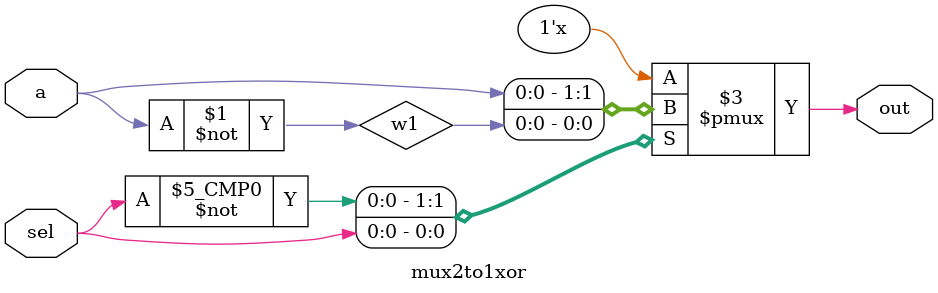
<source format=v>
`timescale 1ns / 1ps

module mux2to1xor(
input a,
input sel,
output reg out

    );
    wire w1;
    assign w1 = ~a;
    always@(*)begin
    case(sel)
    1'b0 : out = a;
    1'b1 : out = w1;
    default : out = a;
    endcase
    end
    
endmodule

</source>
